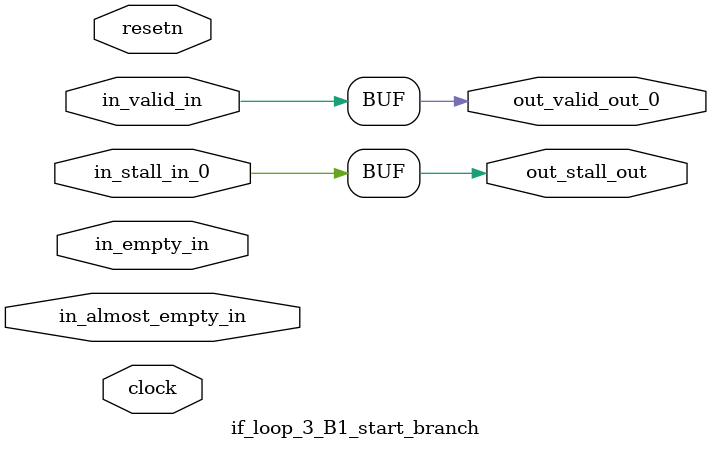
<source format=sv>



(* altera_attribute = "-name AUTO_SHIFT_REGISTER_RECOGNITION OFF; -name MESSAGE_DISABLE 10036; -name MESSAGE_DISABLE 10037; -name MESSAGE_DISABLE 14130; -name MESSAGE_DISABLE 14320; -name MESSAGE_DISABLE 15400; -name MESSAGE_DISABLE 14130; -name MESSAGE_DISABLE 10036; -name MESSAGE_DISABLE 12020; -name MESSAGE_DISABLE 12030; -name MESSAGE_DISABLE 12010; -name MESSAGE_DISABLE 12110; -name MESSAGE_DISABLE 14320; -name MESSAGE_DISABLE 13410; -name MESSAGE_DISABLE 113007; -name MESSAGE_DISABLE 10958" *)
module if_loop_3_B1_start_branch (
    input wire [0:0] in_almost_empty_in,
    input wire [0:0] in_empty_in,
    input wire [0:0] in_stall_in_0,
    input wire [0:0] in_valid_in,
    output wire [0:0] out_stall_out,
    output wire [0:0] out_valid_out_0,
    input wire clock,
    input wire resetn
    );

    reg [0:0] rst_sync_rst_sclrn;


    // out_stall_out(GPOUT,6)
    assign out_stall_out = in_stall_in_0;

    // out_valid_out_0(GPOUT,7)
    assign out_valid_out_0 = in_valid_in;

    // rst_sync(RESETSYNC,8)
    acl_reset_handler #(
        .ASYNC_RESET(0),
        .USE_SYNCHRONIZER(1),
        .PULSE_EXTENSION(0),
        .PIPE_DEPTH(3),
        .DUPLICATE(1)
    ) therst_sync (
        .clk(clock),
        .i_resetn(resetn),
        .o_sclrn(rst_sync_rst_sclrn)
    );

endmodule

</source>
